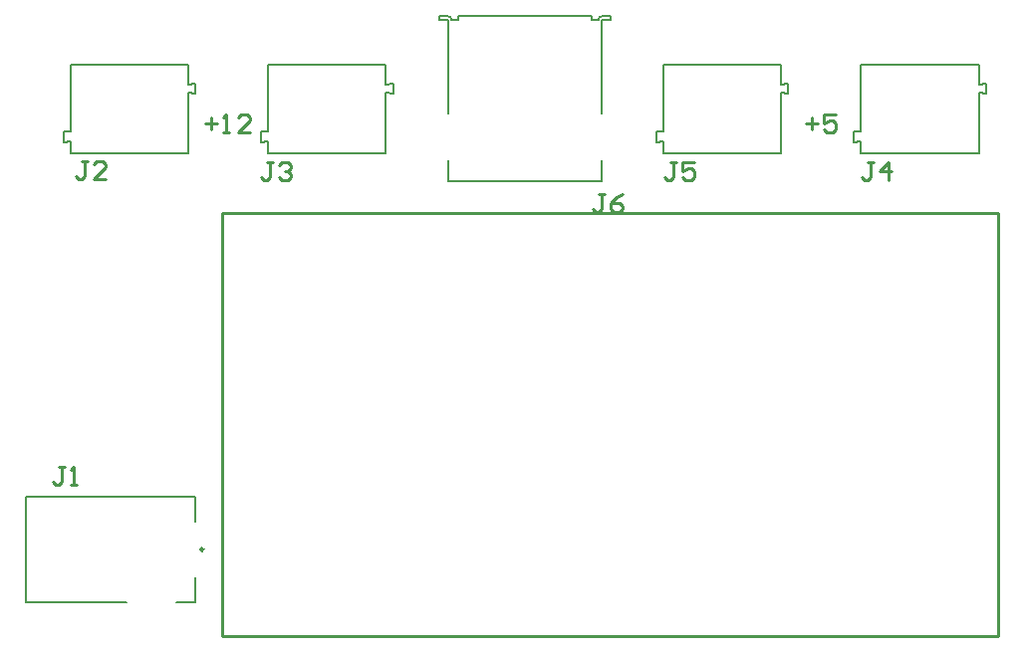
<source format=gto>
G04*
G04 #@! TF.GenerationSoftware,Altium Limited,Altium Designer,23.4.1 (23)*
G04*
G04 Layer_Color=65535*
%FSLAX44Y44*%
%MOMM*%
G71*
G04*
G04 #@! TF.SameCoordinates,7CF3785F-2CE0-4CD5-9ED0-889279B7210F*
G04*
G04*
G04 #@! TF.FilePolarity,Positive*
G04*
G01*
G75*
%ADD10C,0.2000*%
%ADD11C,0.2500*%
%ADD12C,0.2540*%
D10*
X597730Y558948D02*
G03*
X594630Y555950I-100J-2998D01*
G01*
X469630D02*
G03*
X466530Y558948I-3000J0D01*
G01*
X588630Y558950D02*
X588630Y555950D01*
X604630Y555950D02*
Y558950D01*
X597630Y555950D02*
X604630D01*
X597730Y558948D02*
X604630Y558950D01*
X588630Y555950D02*
X594630Y555950D01*
X469630D02*
X475630Y555950D01*
Y558950D01*
X459630Y558950D02*
X466530Y558948D01*
X459630Y555950D02*
X466630D01*
X459630D02*
Y558950D01*
X466630Y418950D02*
X597630D01*
X475630Y558950D02*
X588630D01*
X597630Y418950D02*
Y435950D01*
Y476350D02*
Y555950D01*
X466630Y476350D02*
Y555950D01*
Y418950D02*
Y435950D01*
X817808Y517561D02*
X917809Y517561D01*
X923809Y492811D02*
Y501311D01*
X917809Y493561D02*
X923809Y492811D01*
X917809Y500561D02*
X923809Y501311D01*
X917809Y500561D02*
Y517561D01*
X817808Y442561D02*
X917809D01*
Y493561D01*
X811808Y451561D02*
Y461061D01*
Y451561D02*
X817808Y452061D01*
X811808Y461061D02*
X817808Y460561D01*
Y442561D02*
Y452061D01*
Y460561D02*
Y517561D01*
X649851D02*
X749851Y517561D01*
X755851Y492811D02*
Y501311D01*
X749851Y493561D02*
X755851Y492811D01*
X749851Y500561D02*
X755851Y501311D01*
X749851Y500561D02*
Y517561D01*
X649851Y442561D02*
X749851D01*
Y493561D01*
X643851Y451561D02*
Y461061D01*
Y451561D02*
X649851Y452061D01*
X643851Y461061D02*
X649851Y460561D01*
Y442561D02*
Y452061D01*
Y460561D02*
Y517561D01*
X145978Y460561D02*
Y517561D01*
Y442561D02*
Y452061D01*
X139978Y461061D02*
X145978Y460561D01*
X139978Y451561D02*
X145978Y452061D01*
X139978Y451561D02*
Y461061D01*
X245979Y442561D02*
Y493561D01*
X145978Y442561D02*
X245979D01*
Y500561D02*
Y517561D01*
Y500561D02*
X251979Y501311D01*
X245979Y493561D02*
X251979Y492811D01*
Y501311D01*
X145978Y517561D02*
X245979Y517561D01*
X313936Y517561D02*
X413936Y517561D01*
X419936Y492811D02*
Y501311D01*
X413936Y493561D02*
X419936Y492811D01*
X413936Y500561D02*
X419936Y501311D01*
X413936Y500561D02*
Y517561D01*
X313936Y442561D02*
X413936D01*
Y493561D01*
X307936Y451561D02*
Y461061D01*
Y451561D02*
X313936Y452061D01*
X307936Y461061D02*
X313936Y460561D01*
Y442561D02*
Y452061D01*
Y460561D02*
Y517561D01*
X107630Y150410D02*
X251630D01*
X107630Y60410D02*
Y150410D01*
X251630Y129410D02*
Y150410D01*
X107630Y60410D02*
X193130D01*
X236130D02*
X251630D01*
Y81410D01*
D11*
X258880Y105410D02*
G03*
X258880Y105410I-1250J0D01*
G01*
D12*
X274320Y391750D02*
X934320D01*
X274320Y31750D02*
X934320D01*
Y391750D01*
X274320Y31750D02*
Y391750D01*
X260350Y467357D02*
X270507D01*
X265428Y472436D02*
Y462279D01*
X275585Y459740D02*
X280663D01*
X278124D01*
Y474975D01*
X275585Y472436D01*
X298438Y459740D02*
X288281D01*
X298438Y469897D01*
Y472436D01*
X295898Y474975D01*
X290820D01*
X288281Y472436D01*
X770890Y467357D02*
X781047D01*
X775968Y472436D02*
Y462279D01*
X796282Y474975D02*
X786125D01*
Y467357D01*
X791203Y469897D01*
X793743D01*
X796282Y467357D01*
Y462279D01*
X793743Y459740D01*
X788664D01*
X786125Y462279D01*
X160021Y435607D02*
X154943D01*
X157482D01*
Y422912D01*
X154943Y420373D01*
X152403D01*
X149864Y422912D01*
X175256Y420373D02*
X165099D01*
X175256Y430529D01*
Y433068D01*
X172717Y435607D01*
X167638D01*
X165099Y433068D01*
X599441Y407668D02*
X594362D01*
X596902D01*
Y394972D01*
X594362Y392433D01*
X591823D01*
X589284Y394972D01*
X614676Y407668D02*
X609598Y405128D01*
X604519Y400050D01*
Y394972D01*
X607058Y392433D01*
X612137D01*
X614676Y394972D01*
Y397511D01*
X612137Y400050D01*
X604519D01*
X140970Y175257D02*
X135892D01*
X138431D01*
Y162562D01*
X135892Y160023D01*
X133352D01*
X130813Y162562D01*
X146048Y160023D02*
X151127D01*
X148588D01*
Y175257D01*
X146048Y172718D01*
X660733Y434589D02*
X655655D01*
X658194D01*
Y421893D01*
X655655Y419354D01*
X653116D01*
X650576Y421893D01*
X675968Y434589D02*
X665812D01*
Y426972D01*
X670890Y429511D01*
X673429D01*
X675968Y426972D01*
Y421893D01*
X673429Y419354D01*
X668351D01*
X665812Y421893D01*
X828545Y434771D02*
X823466D01*
X826005D01*
Y422075D01*
X823466Y419536D01*
X820927D01*
X818388Y422075D01*
X841241Y419536D02*
Y434771D01*
X833623Y427154D01*
X843780D01*
X317501Y434338D02*
X312423D01*
X314962D01*
Y421642D01*
X312423Y419103D01*
X309883D01*
X307344Y421642D01*
X322579Y431798D02*
X325118Y434338D01*
X330197D01*
X332736Y431798D01*
Y429259D01*
X330197Y426720D01*
X327658D01*
X330197D01*
X332736Y424181D01*
Y421642D01*
X330197Y419103D01*
X325118D01*
X322579Y421642D01*
M02*

</source>
